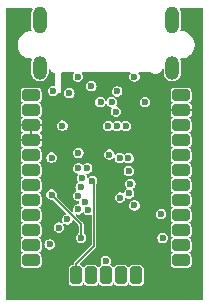
<source format=gbr>
%TF.GenerationSoftware,KiCad,Pcbnew,7.0.6*%
%TF.CreationDate,2023-08-08T22:31:42+02:00*%
%TF.ProjectId,epi_JLC,6570695f-4a4c-4432-9e6b-696361645f70,1_2_0*%
%TF.SameCoordinates,Original*%
%TF.FileFunction,Copper,L3,Inr*%
%TF.FilePolarity,Positive*%
%FSLAX46Y46*%
G04 Gerber Fmt 4.6, Leading zero omitted, Abs format (unit mm)*
G04 Created by KiCad (PCBNEW 7.0.6) date 2023-08-08 22:31:42*
%MOMM*%
%LPD*%
G01*
G04 APERTURE LIST*
G04 Aperture macros list*
%AMRoundRect*
0 Rectangle with rounded corners*
0 $1 Rounding radius*
0 $2 $3 $4 $5 $6 $7 $8 $9 X,Y pos of 4 corners*
0 Add a 4 corners polygon primitive as box body*
4,1,4,$2,$3,$4,$5,$6,$7,$8,$9,$2,$3,0*
0 Add four circle primitives for the rounded corners*
1,1,$1+$1,$2,$3*
1,1,$1+$1,$4,$5*
1,1,$1+$1,$6,$7*
1,1,$1+$1,$8,$9*
0 Add four rect primitives between the rounded corners*
20,1,$1+$1,$2,$3,$4,$5,0*
20,1,$1+$1,$4,$5,$6,$7,0*
20,1,$1+$1,$6,$7,$8,$9,0*
20,1,$1+$1,$8,$9,$2,$3,0*%
G04 Aperture macros list end*
%TA.AperFunction,CastellatedPad*%
%ADD10RoundRect,0.250000X-0.500000X-0.250000X0.500000X-0.250000X0.500000X0.250000X-0.500000X0.250000X0*%
%TD*%
%TA.AperFunction,CastellatedPad*%
%ADD11RoundRect,0.250000X-0.250000X0.500000X-0.250000X-0.500000X0.250000X-0.500000X0.250000X0.500000X0*%
%TD*%
%TA.AperFunction,ComponentPad*%
%ADD12O,1.200000X2.000000*%
%TD*%
%TA.AperFunction,ComponentPad*%
%ADD13O,1.200000X2.300000*%
%TD*%
%TA.AperFunction,ViaPad*%
%ADD14C,0.600000*%
%TD*%
%TA.AperFunction,Conductor*%
%ADD15C,0.130000*%
%TD*%
G04 APERTURE END LIST*
D10*
%TO.N,D1{slash}TX*%
%TO.C,J1*%
X97923220Y-58920000D03*
%TO.N,D0{slash}RX*%
X97923220Y-60190000D03*
%TO.N,GND*%
X97923220Y-61460000D03*
X97923220Y-62730000D03*
%TO.N,D2{slash}SDA*%
X97923220Y-64000000D03*
%TO.N,D3{slash}SCL*%
X97923220Y-65270000D03*
%TO.N,D4*%
X97923220Y-66540000D03*
%TO.N,D5*%
X97923220Y-67810000D03*
%TO.N,D6*%
X97923220Y-69080000D03*
%TO.N,D7*%
X97923220Y-70350000D03*
%TO.N,D8*%
X97923220Y-71620000D03*
%TO.N,D9*%
X97923220Y-72890000D03*
%TD*%
D11*
%TO.N,D11*%
%TO.C,J3*%
X106813220Y-74160000D03*
%TO.N,D12*%
X105543220Y-74160000D03*
%TO.N,D13*%
X104273220Y-74160000D03*
%TO.N,D17{slash}SS*%
X103003220Y-74160000D03*
%TO.N,A5*%
X101733220Y-74160000D03*
%TD*%
D12*
%TO.N,Net-(J4-SHIELD)*%
%TO.C,J4*%
X98673220Y-56591500D03*
%TO.N,N/C*%
X109873220Y-56591500D03*
D13*
X109873220Y-52591500D03*
X98673220Y-52591500D03*
%TD*%
D10*
%TO.N,+5V*%
%TO.C,J2*%
X110623220Y-58920000D03*
%TO.N,GND*%
X110623220Y-60190000D03*
%TO.N,RST*%
X110623220Y-61460000D03*
%TO.N,A4*%
X110623220Y-62730000D03*
%TO.N,A3*%
X110623220Y-64000000D03*
%TO.N,A2*%
X110623220Y-65270000D03*
%TO.N,A1*%
X110623220Y-66540000D03*
%TO.N,A0*%
X110623220Y-67810000D03*
%TO.N,D15{slash}SCK*%
X110623220Y-69080000D03*
%TO.N,D14{slash}MISO*%
X110623220Y-70350000D03*
%TO.N,D16{slash}MOSI*%
X110623220Y-71620000D03*
%TO.N,D10*%
X110623220Y-72890000D03*
%TD*%
D14*
%TO.N,+5V*%
X99650000Y-67340000D03*
X102155500Y-71000000D03*
X105100000Y-60300000D03*
X100575500Y-61500000D03*
X99654422Y-64210000D03*
%TO.N,GND*%
X104400000Y-66300000D03*
X101073220Y-57341500D03*
X109100000Y-72350000D03*
X107600000Y-69350000D03*
X106150000Y-72150000D03*
X101350000Y-72300000D03*
X101150000Y-71000000D03*
X99645531Y-65097634D03*
X99649500Y-68351092D03*
%TO.N,Net-(C2-Pad2)*%
X106674363Y-68250000D03*
X101922720Y-63810223D03*
%TO.N,RST*%
X102756849Y-68620500D03*
X104550000Y-63950000D03*
%TO.N,D1{slash}TX*%
X102238388Y-65933364D03*
%TO.N,D0{slash}RX*%
X102109022Y-66721135D03*
%TO.N,A4*%
X104450000Y-61550000D03*
%TO.N,Net-(J4-D+-PadA6)*%
X103021062Y-58150000D03*
%TO.N,D+*%
X103800000Y-59510000D03*
X101915140Y-65114500D03*
%TO.N,D-*%
X102664500Y-65114500D03*
X104750000Y-59510000D03*
%TO.N,D15{slash}SCK*%
X101913083Y-68588627D03*
%TO.N,D16{slash}MOSI*%
X99494500Y-71550000D03*
%TO.N,D14{slash}MISO*%
X100269176Y-70121494D03*
%TO.N,D3{slash}SCL*%
X102444172Y-67931922D03*
%TO.N,D2{slash}SDA*%
X101891403Y-67417422D03*
%TO.N,Net-(J4-D--PadA7)*%
X105200000Y-58600000D03*
%TO.N,D4*%
X105460703Y-67583535D03*
%TO.N,D6*%
X108923720Y-69000000D03*
%TO.N,D8*%
X106228223Y-67235500D03*
%TO.N,D9*%
X106324500Y-66424003D03*
%TO.N,D5*%
X106200000Y-65355500D03*
%TO.N,D10*%
X109049648Y-71000352D03*
%TO.N,A0*%
X106165541Y-64241045D03*
%TO.N,A1*%
X105436113Y-64251505D03*
%TO.N,A2*%
X105949503Y-61550000D03*
%TO.N,A3*%
X105200000Y-61550000D03*
%TO.N,A5*%
X103087118Y-66185688D03*
%TO.N,Net-(J4-SHIELD)*%
X99800000Y-58550000D03*
%TO.N,D11*%
X100984191Y-69433000D03*
%TO.N,D12*%
X104250000Y-72980500D03*
%TO.N,Net-(FB1-Pad1)*%
X107563220Y-59510000D03*
X101167581Y-58751539D03*
X101873220Y-57341500D03*
X106673220Y-57341500D03*
%TD*%
D15*
%TO.N,+5V*%
X99650000Y-67350000D02*
X102155500Y-69855500D01*
X99650000Y-67340000D02*
X99650000Y-67350000D01*
X102155500Y-69855500D02*
X102155500Y-71000000D01*
%TO.N,A5*%
X103087118Y-66185688D02*
X103251849Y-66350419D01*
X101733220Y-73216780D02*
X101733220Y-74160000D01*
X103251849Y-66350419D02*
X103251849Y-71698151D01*
X103251849Y-71698151D02*
X101733220Y-73216780D01*
%TD*%
%TA.AperFunction,Conductor*%
%TO.N,GND*%
G36*
X98023220Y-62417618D02*
G01*
X97951656Y-62405000D01*
X97894784Y-62405000D01*
X97823220Y-62417618D01*
X97823220Y-61772381D01*
X97894784Y-61785000D01*
X97951656Y-61785000D01*
X98023220Y-61772381D01*
X98023220Y-62417618D01*
G37*
%TD.AperFunction*%
%TA.AperFunction,Conductor*%
G36*
X98032665Y-51569245D02*
G01*
X98051410Y-51614500D01*
X98044603Y-51643223D01*
X97972640Y-51786512D01*
X97932720Y-51954948D01*
X97932720Y-53184628D01*
X97947773Y-53313426D01*
X97947775Y-53313434D01*
X97982416Y-53408611D01*
X97980281Y-53457547D01*
X97944167Y-53490640D01*
X97922277Y-53494500D01*
X97871581Y-53494500D01*
X97743730Y-53506347D01*
X97711767Y-53509309D01*
X97505792Y-53567914D01*
X97314107Y-53663362D01*
X97314104Y-53663364D01*
X97143215Y-53792411D01*
X96998941Y-53950672D01*
X96886208Y-54132741D01*
X96808848Y-54332428D01*
X96808846Y-54332437D01*
X96769500Y-54542924D01*
X96769500Y-54757075D01*
X96808846Y-54967562D01*
X96808848Y-54967571D01*
X96886208Y-55167258D01*
X96998941Y-55349327D01*
X97115586Y-55477281D01*
X97143215Y-55507588D01*
X97256962Y-55593484D01*
X97314102Y-55636634D01*
X97314103Y-55636634D01*
X97314104Y-55636635D01*
X97314107Y-55636637D01*
X97505792Y-55732085D01*
X97505794Y-55732085D01*
X97505797Y-55732087D01*
X97711768Y-55790691D01*
X97871581Y-55805500D01*
X97871585Y-55805500D01*
X97934677Y-55805500D01*
X97979932Y-55824245D01*
X97998677Y-55869500D01*
X97991870Y-55898220D01*
X97972641Y-55936510D01*
X97972640Y-55936512D01*
X97932720Y-56104948D01*
X97932720Y-57034628D01*
X97947773Y-57163426D01*
X97947775Y-57163437D01*
X98006980Y-57326098D01*
X98006982Y-57326103D01*
X98102100Y-57470723D01*
X98102102Y-57470726D01*
X98168942Y-57533785D01*
X98228014Y-57589516D01*
X98377926Y-57676068D01*
X98543758Y-57725715D01*
X98716569Y-57735780D01*
X98887044Y-57705720D01*
X99045990Y-57637157D01*
X99184841Y-57533787D01*
X99296110Y-57401181D01*
X99373799Y-57246490D01*
X99413720Y-57078052D01*
X99413720Y-56738596D01*
X99432465Y-56693342D01*
X99477720Y-56674597D01*
X99522975Y-56693342D01*
X99538586Y-56718818D01*
X99542648Y-56731317D01*
X99631390Y-56871152D01*
X99715908Y-56950520D01*
X99752120Y-56984526D01*
X99832990Y-57028985D01*
X99897252Y-57064313D01*
X99906338Y-57066645D01*
X99945509Y-57096055D01*
X99954422Y-57128635D01*
X99954422Y-58050751D01*
X99935677Y-58096006D01*
X99890422Y-58114751D01*
X99872395Y-58112160D01*
X99863334Y-58109500D01*
X99736666Y-58109500D01*
X99615128Y-58145186D01*
X99615126Y-58145186D01*
X99508567Y-58213668D01*
X99508565Y-58213670D01*
X99425618Y-58309395D01*
X99425616Y-58309399D01*
X99372997Y-58424618D01*
X99354970Y-58550000D01*
X99372997Y-58675381D01*
X99425616Y-58790600D01*
X99425618Y-58790604D01*
X99500412Y-58876920D01*
X99508567Y-58886331D01*
X99615128Y-58954814D01*
X99736666Y-58990500D01*
X99736667Y-58990500D01*
X99863333Y-58990500D01*
X99863334Y-58990500D01*
X99984872Y-58954814D01*
X100091433Y-58886331D01*
X100137062Y-58833671D01*
X100174381Y-58790604D01*
X100174381Y-58790603D01*
X100174380Y-58790603D01*
X100174383Y-58790601D01*
X100192222Y-58751538D01*
X100722551Y-58751538D01*
X100740578Y-58876920D01*
X100793197Y-58992139D01*
X100793199Y-58992143D01*
X100860230Y-59069500D01*
X100876148Y-59087870D01*
X100982709Y-59156353D01*
X101104247Y-59192039D01*
X101104248Y-59192039D01*
X101230914Y-59192039D01*
X101230915Y-59192039D01*
X101352453Y-59156353D01*
X101459014Y-59087870D01*
X101530983Y-59004813D01*
X101541962Y-58992143D01*
X101541964Y-58992139D01*
X101559011Y-58954813D01*
X101594584Y-58876918D01*
X101612611Y-58751539D01*
X101594584Y-58626160D01*
X101582637Y-58600000D01*
X104754970Y-58600000D01*
X104772997Y-58725381D01*
X104825616Y-58840600D01*
X104825618Y-58840604D01*
X104908565Y-58936329D01*
X104908567Y-58936331D01*
X104999125Y-58994529D01*
X105004747Y-59002627D01*
X105012063Y-59003414D01*
X105015122Y-59004810D01*
X105015128Y-59004814D01*
X105136666Y-59040500D01*
X105136667Y-59040500D01*
X105263333Y-59040500D01*
X105263334Y-59040500D01*
X105384872Y-59004814D01*
X105491433Y-58936331D01*
X105542914Y-58876918D01*
X105574381Y-58840604D01*
X105574383Y-58840600D01*
X105597218Y-58790600D01*
X105627003Y-58725379D01*
X105645030Y-58600000D01*
X105627003Y-58474621D01*
X105604167Y-58424618D01*
X105574383Y-58359399D01*
X105574381Y-58359395D01*
X105491434Y-58263670D01*
X105491432Y-58263668D01*
X105384872Y-58195186D01*
X105384872Y-58195185D01*
X105263334Y-58159500D01*
X105136666Y-58159500D01*
X105015128Y-58195186D01*
X105015126Y-58195186D01*
X104908567Y-58263668D01*
X104908565Y-58263670D01*
X104825618Y-58359395D01*
X104825616Y-58359399D01*
X104772997Y-58474618D01*
X104754970Y-58600000D01*
X101582637Y-58600000D01*
X101562001Y-58554814D01*
X101541964Y-58510938D01*
X101541962Y-58510934D01*
X101459015Y-58415209D01*
X101459013Y-58415207D01*
X101352453Y-58346725D01*
X101230915Y-58311039D01*
X101104247Y-58311039D01*
X100982709Y-58346725D01*
X100982707Y-58346725D01*
X100876148Y-58415207D01*
X100876146Y-58415209D01*
X100793199Y-58510934D01*
X100793197Y-58510938D01*
X100740578Y-58626157D01*
X100722551Y-58751538D01*
X100192222Y-58751538D01*
X100198673Y-58737412D01*
X100234523Y-58704035D01*
X100256889Y-58700000D01*
X100454421Y-58700000D01*
X100454422Y-58700000D01*
X100454422Y-58150000D01*
X102576032Y-58150000D01*
X102594059Y-58275381D01*
X102646678Y-58390600D01*
X102646680Y-58390604D01*
X102719482Y-58474621D01*
X102729629Y-58486331D01*
X102836190Y-58554814D01*
X102957728Y-58590500D01*
X102957729Y-58590500D01*
X103084395Y-58590500D01*
X103084396Y-58590500D01*
X103205934Y-58554814D01*
X103312495Y-58486331D01*
X103374124Y-58415207D01*
X103395443Y-58390604D01*
X103395445Y-58390600D01*
X103413924Y-58350138D01*
X103448065Y-58275379D01*
X103466092Y-58150000D01*
X103448065Y-58024621D01*
X103395445Y-57909399D01*
X103395443Y-57909395D01*
X103312496Y-57813670D01*
X103312494Y-57813668D01*
X103205934Y-57745186D01*
X103139620Y-57725715D01*
X103084396Y-57709500D01*
X102957728Y-57709500D01*
X102836190Y-57745186D01*
X102836188Y-57745186D01*
X102729629Y-57813668D01*
X102729627Y-57813670D01*
X102646680Y-57909395D01*
X102646678Y-57909399D01*
X102594059Y-58024618D01*
X102576032Y-58150000D01*
X100454422Y-58150000D01*
X100454422Y-57064754D01*
X100473166Y-57019502D01*
X100480798Y-57012984D01*
X100551028Y-56961958D01*
X100595693Y-56951235D01*
X100595779Y-56950254D01*
X100598565Y-56950497D01*
X100598567Y-56950498D01*
X100663209Y-56950498D01*
X100663215Y-56950500D01*
X100690566Y-56950500D01*
X100724823Y-56950501D01*
X100724825Y-56950500D01*
X101489017Y-56950500D01*
X101534272Y-56969245D01*
X101553017Y-57014500D01*
X101537385Y-57056411D01*
X101498838Y-57100895D01*
X101498836Y-57100899D01*
X101446217Y-57216118D01*
X101428190Y-57341499D01*
X101446217Y-57466881D01*
X101498836Y-57582100D01*
X101498838Y-57582104D01*
X101580259Y-57676068D01*
X101581787Y-57677831D01*
X101688348Y-57746314D01*
X101809886Y-57782000D01*
X101809887Y-57782000D01*
X101936553Y-57782000D01*
X101936554Y-57782000D01*
X102058092Y-57746314D01*
X102164653Y-57677831D01*
X102241180Y-57589514D01*
X102247601Y-57582104D01*
X102247603Y-57582100D01*
X102298467Y-57470725D01*
X102300223Y-57466879D01*
X102318250Y-57341500D01*
X102300223Y-57216121D01*
X102247603Y-57100899D01*
X102247601Y-57100895D01*
X102209055Y-57056411D01*
X102193586Y-57009934D01*
X102215512Y-56966132D01*
X102257423Y-56950500D01*
X106289017Y-56950500D01*
X106334272Y-56969245D01*
X106353017Y-57014500D01*
X106337385Y-57056411D01*
X106298838Y-57100895D01*
X106298836Y-57100899D01*
X106246217Y-57216118D01*
X106228190Y-57341499D01*
X106246217Y-57466881D01*
X106298836Y-57582100D01*
X106298838Y-57582104D01*
X106380259Y-57676068D01*
X106381787Y-57677831D01*
X106488348Y-57746314D01*
X106609886Y-57782000D01*
X106609887Y-57782000D01*
X106736553Y-57782000D01*
X106736554Y-57782000D01*
X106858092Y-57746314D01*
X106964653Y-57677831D01*
X107041180Y-57589514D01*
X107047601Y-57582104D01*
X107047603Y-57582100D01*
X107098467Y-57470725D01*
X107100223Y-57466879D01*
X107118250Y-57341500D01*
X107100223Y-57216121D01*
X107047603Y-57100899D01*
X107047601Y-57100895D01*
X107009055Y-57056411D01*
X106993586Y-57009934D01*
X107015512Y-56966132D01*
X107057423Y-56950500D01*
X107807343Y-56950500D01*
X107807347Y-56950501D01*
X107820075Y-56950501D01*
X107827895Y-56950501D01*
X107827948Y-56950522D01*
X107854426Y-56950521D01*
X107854426Y-56950522D01*
X107946319Y-56950520D01*
X107946337Y-56950520D01*
X107948475Y-56950333D01*
X107949068Y-56950520D01*
X107949127Y-56950520D01*
X107949127Y-56950538D01*
X107995191Y-56965061D01*
X107997865Y-56967435D01*
X108016065Y-56984526D01*
X108016066Y-56984527D01*
X108161198Y-57064314D01*
X108161202Y-57064315D01*
X108321607Y-57105500D01*
X108321611Y-57105500D01*
X108321613Y-57105501D01*
X108321614Y-57105501D01*
X108445664Y-57105501D01*
X108568728Y-57089955D01*
X108568729Y-57089954D01*
X108568734Y-57089954D01*
X108722721Y-57028986D01*
X108856709Y-56931638D01*
X108962278Y-56804027D01*
X109010811Y-56700888D01*
X109047041Y-56667923D01*
X109095970Y-56670230D01*
X109128936Y-56706460D01*
X109132720Y-56728139D01*
X109132720Y-57034628D01*
X109147773Y-57163426D01*
X109147775Y-57163437D01*
X109206980Y-57326098D01*
X109206982Y-57326103D01*
X109302100Y-57470723D01*
X109302102Y-57470726D01*
X109368942Y-57533785D01*
X109428014Y-57589516D01*
X109577926Y-57676068D01*
X109743758Y-57725715D01*
X109916569Y-57735780D01*
X110087044Y-57705720D01*
X110245990Y-57637157D01*
X110384841Y-57533787D01*
X110496110Y-57401181D01*
X110573799Y-57246490D01*
X110613720Y-57078052D01*
X110613720Y-56148371D01*
X110598665Y-56019566D01*
X110552012Y-55891388D01*
X110554148Y-55842453D01*
X110590262Y-55809360D01*
X110612152Y-55805500D01*
X110678415Y-55805500D01*
X110678419Y-55805500D01*
X110838232Y-55790691D01*
X111044203Y-55732087D01*
X111235898Y-55636634D01*
X111360573Y-55542483D01*
X111406784Y-55507588D01*
X111406785Y-55507586D01*
X111406790Y-55507583D01*
X111551059Y-55349327D01*
X111663792Y-55167257D01*
X111741151Y-54967572D01*
X111780500Y-54757073D01*
X111780500Y-54542927D01*
X111741151Y-54332428D01*
X111663792Y-54132743D01*
X111551059Y-53950673D01*
X111406790Y-53792417D01*
X111406788Y-53792415D01*
X111406784Y-53792411D01*
X111235895Y-53663364D01*
X111235892Y-53663362D01*
X111044207Y-53567914D01*
X110838232Y-53509309D01*
X110838232Y-53509308D01*
X110678419Y-53494500D01*
X110628336Y-53494500D01*
X110583081Y-53475755D01*
X110564336Y-53430500D01*
X110571143Y-53401778D01*
X110573799Y-53396490D01*
X110613720Y-53228052D01*
X110613720Y-51998371D01*
X110598665Y-51869566D01*
X110539460Y-51706902D01*
X110539458Y-51706899D01*
X110539457Y-51706896D01*
X110501818Y-51649668D01*
X110492611Y-51601558D01*
X110520121Y-51561029D01*
X110555289Y-51550500D01*
X110643034Y-51550500D01*
X111603406Y-51550500D01*
X112408720Y-51550500D01*
X112453975Y-51569245D01*
X112472720Y-51614500D01*
X112472720Y-76185500D01*
X112453975Y-76230755D01*
X112408720Y-76249500D01*
X95837720Y-76249500D01*
X95792465Y-76230755D01*
X95773720Y-76185500D01*
X95773720Y-62630000D01*
X97023220Y-62630000D01*
X97613759Y-62630000D01*
X97598220Y-62672694D01*
X97598220Y-62787306D01*
X97613759Y-62830000D01*
X97023221Y-62830000D01*
X97023221Y-63011477D01*
X97038054Y-63105144D01*
X97038057Y-63105153D01*
X97095576Y-63218040D01*
X97095577Y-63218042D01*
X97185176Y-63307641D01*
X97196294Y-63313306D01*
X97228106Y-63350553D01*
X97224264Y-63399386D01*
X97196298Y-63427354D01*
X97190831Y-63430139D01*
X97103358Y-63517612D01*
X97103358Y-63517613D01*
X97047205Y-63627819D01*
X97047202Y-63627826D01*
X97032720Y-63719267D01*
X97032720Y-64280732D01*
X97047202Y-64372171D01*
X97047205Y-64372180D01*
X97103358Y-64482386D01*
X97103361Y-64482391D01*
X97190829Y-64569859D01*
X97190833Y-64569861D01*
X97206758Y-64577976D01*
X97238571Y-64615223D01*
X97234727Y-64664055D01*
X97206758Y-64692024D01*
X97190833Y-64700138D01*
X97190832Y-64700138D01*
X97103358Y-64787612D01*
X97103358Y-64787613D01*
X97047205Y-64897819D01*
X97047202Y-64897826D01*
X97038830Y-64950686D01*
X97032744Y-64989118D01*
X97032720Y-64989267D01*
X97032720Y-65550732D01*
X97047202Y-65642171D01*
X97047205Y-65642180D01*
X97103358Y-65752386D01*
X97103361Y-65752391D01*
X97190829Y-65839859D01*
X97190831Y-65839860D01*
X97190832Y-65839861D01*
X97206758Y-65847976D01*
X97238571Y-65885223D01*
X97234727Y-65934055D01*
X97206758Y-65962024D01*
X97190833Y-65970138D01*
X97190832Y-65970138D01*
X97103358Y-66057612D01*
X97103358Y-66057613D01*
X97047205Y-66167819D01*
X97047202Y-66167826D01*
X97032720Y-66259267D01*
X97032720Y-66820732D01*
X97047202Y-66912171D01*
X97047205Y-66912180D01*
X97093822Y-67003670D01*
X97103361Y-67022391D01*
X97190829Y-67109859D01*
X97190831Y-67109860D01*
X97190832Y-67109861D01*
X97206758Y-67117976D01*
X97238571Y-67155223D01*
X97234727Y-67204055D01*
X97206758Y-67232024D01*
X97190833Y-67240138D01*
X97190832Y-67240138D01*
X97103358Y-67327612D01*
X97103358Y-67327613D01*
X97047205Y-67437819D01*
X97047202Y-67437826D01*
X97041140Y-67476104D01*
X97036343Y-67506394D01*
X97032720Y-67529267D01*
X97032720Y-68090732D01*
X97047202Y-68182171D01*
X97047205Y-68182180D01*
X97082932Y-68252297D01*
X97103361Y-68292391D01*
X97190829Y-68379859D01*
X97190831Y-68379860D01*
X97190832Y-68379861D01*
X97206758Y-68387976D01*
X97238571Y-68425223D01*
X97234727Y-68474055D01*
X97206758Y-68502024D01*
X97190833Y-68510138D01*
X97190832Y-68510138D01*
X97103358Y-68597612D01*
X97103358Y-68597613D01*
X97047205Y-68707819D01*
X97047202Y-68707826D01*
X97032720Y-68799267D01*
X97032720Y-69360732D01*
X97047202Y-69452171D01*
X97047205Y-69452180D01*
X97103358Y-69562386D01*
X97103361Y-69562391D01*
X97190829Y-69649859D01*
X97190831Y-69649860D01*
X97190832Y-69649861D01*
X97206758Y-69657976D01*
X97238571Y-69695223D01*
X97234727Y-69744055D01*
X97206758Y-69772024D01*
X97190833Y-69780138D01*
X97190832Y-69780138D01*
X97103358Y-69867612D01*
X97103358Y-69867613D01*
X97047205Y-69977819D01*
X97047202Y-69977826D01*
X97032720Y-70069267D01*
X97032720Y-70630732D01*
X97047202Y-70722171D01*
X97047205Y-70722180D01*
X97103358Y-70832386D01*
X97103361Y-70832391D01*
X97190829Y-70919859D01*
X97190831Y-70919860D01*
X97190832Y-70919861D01*
X97206758Y-70927976D01*
X97238571Y-70965223D01*
X97234727Y-71014055D01*
X97206758Y-71042024D01*
X97190833Y-71050138D01*
X97190832Y-71050138D01*
X97103358Y-71137612D01*
X97103358Y-71137613D01*
X97047205Y-71247819D01*
X97047202Y-71247826D01*
X97037451Y-71309395D01*
X97033130Y-71336681D01*
X97032720Y-71339267D01*
X97032720Y-71900732D01*
X97047202Y-71992171D01*
X97047205Y-71992180D01*
X97103358Y-72102386D01*
X97103361Y-72102391D01*
X97190829Y-72189859D01*
X97190831Y-72189860D01*
X97190832Y-72189861D01*
X97206758Y-72197976D01*
X97238571Y-72235223D01*
X97234727Y-72284055D01*
X97206758Y-72312024D01*
X97190833Y-72320138D01*
X97190832Y-72320138D01*
X97103358Y-72407612D01*
X97103358Y-72407613D01*
X97047205Y-72517819D01*
X97047202Y-72517826D01*
X97032720Y-72609267D01*
X97032720Y-73170732D01*
X97047202Y-73262171D01*
X97047205Y-73262180D01*
X97103358Y-73372386D01*
X97103361Y-73372391D01*
X97190829Y-73459859D01*
X97190831Y-73459860D01*
X97190832Y-73459861D01*
X97301039Y-73516014D01*
X97301045Y-73516017D01*
X97392485Y-73530500D01*
X98453954Y-73530499D01*
X98545395Y-73516017D01*
X98655607Y-73459861D01*
X98655608Y-73459861D01*
X98655608Y-73459860D01*
X98655611Y-73459859D01*
X98743079Y-73372391D01*
X98799237Y-73262175D01*
X98813720Y-73170735D01*
X98813719Y-72609266D01*
X98799237Y-72517825D01*
X98743079Y-72407609D01*
X98655611Y-72320141D01*
X98639679Y-72312023D01*
X98607868Y-72274775D01*
X98611712Y-72225942D01*
X98639681Y-72197975D01*
X98655611Y-72189859D01*
X98743079Y-72102391D01*
X98799237Y-71992175D01*
X98813720Y-71900735D01*
X98813719Y-71549999D01*
X99049470Y-71549999D01*
X99067497Y-71675381D01*
X99120116Y-71790600D01*
X99120118Y-71790604D01*
X99203065Y-71886329D01*
X99203067Y-71886331D01*
X99309628Y-71954814D01*
X99431166Y-71990500D01*
X99431167Y-71990500D01*
X99557833Y-71990500D01*
X99557834Y-71990500D01*
X99679372Y-71954814D01*
X99785933Y-71886331D01*
X99847012Y-71815842D01*
X99868881Y-71790604D01*
X99868883Y-71790600D01*
X99869337Y-71789607D01*
X99921503Y-71675379D01*
X99939530Y-71550000D01*
X99921503Y-71424621D01*
X99912618Y-71405166D01*
X99868883Y-71309399D01*
X99868881Y-71309395D01*
X99785934Y-71213670D01*
X99785932Y-71213668D01*
X99679372Y-71145186D01*
X99653577Y-71137612D01*
X99557834Y-71109500D01*
X99431166Y-71109500D01*
X99309628Y-71145186D01*
X99309626Y-71145186D01*
X99203067Y-71213668D01*
X99203065Y-71213670D01*
X99120118Y-71309395D01*
X99120116Y-71309399D01*
X99067497Y-71424618D01*
X99049470Y-71549999D01*
X98813719Y-71549999D01*
X98813719Y-71339266D01*
X98799237Y-71247825D01*
X98743079Y-71137609D01*
X98655611Y-71050141D01*
X98639679Y-71042023D01*
X98607868Y-71004775D01*
X98611712Y-70955942D01*
X98639681Y-70927975D01*
X98655611Y-70919859D01*
X98743079Y-70832391D01*
X98799237Y-70722175D01*
X98813720Y-70630735D01*
X98813719Y-70069266D01*
X98799237Y-69977825D01*
X98743079Y-69867609D01*
X98655611Y-69780141D01*
X98639679Y-69772023D01*
X98607868Y-69734775D01*
X98611712Y-69685942D01*
X98639681Y-69657975D01*
X98655611Y-69649859D01*
X98743079Y-69562391D01*
X98799237Y-69452175D01*
X98813720Y-69360735D01*
X98813719Y-68799266D01*
X98799237Y-68707825D01*
X98743079Y-68597609D01*
X98655611Y-68510141D01*
X98639679Y-68502023D01*
X98607868Y-68464775D01*
X98611712Y-68415942D01*
X98639681Y-68387975D01*
X98655611Y-68379859D01*
X98743079Y-68292391D01*
X98799237Y-68182175D01*
X98813720Y-68090735D01*
X98813719Y-67529266D01*
X98799237Y-67437825D01*
X98749393Y-67340000D01*
X99204970Y-67340000D01*
X99222997Y-67465381D01*
X99275616Y-67580600D01*
X99275618Y-67580604D01*
X99358280Y-67676000D01*
X99358567Y-67676331D01*
X99465128Y-67744814D01*
X99586666Y-67780500D01*
X99586667Y-67780500D01*
X99713333Y-67780500D01*
X99713334Y-67780500D01*
X99736069Y-67773824D01*
X99784770Y-67779059D01*
X99799355Y-67789976D01*
X100384760Y-68375381D01*
X100907216Y-68897836D01*
X100925961Y-68943091D01*
X100907216Y-68988346D01*
X100879992Y-69004498D01*
X100858406Y-69010836D01*
X100799317Y-69028186D01*
X100692758Y-69096668D01*
X100692756Y-69096670D01*
X100609809Y-69192395D01*
X100609807Y-69192399D01*
X100557188Y-69307618D01*
X100539161Y-69433000D01*
X100557188Y-69558381D01*
X100611709Y-69677764D01*
X100609109Y-69678951D01*
X100616217Y-69718187D01*
X100588308Y-69758442D01*
X100540109Y-69767173D01*
X100519069Y-69758466D01*
X100454048Y-69716680D01*
X100417732Y-69706017D01*
X100332510Y-69680994D01*
X100205842Y-69680994D01*
X100084304Y-69716680D01*
X100084302Y-69716680D01*
X99977743Y-69785162D01*
X99977741Y-69785164D01*
X99894794Y-69880889D01*
X99894792Y-69880893D01*
X99842173Y-69996112D01*
X99824146Y-70121494D01*
X99842173Y-70246875D01*
X99894792Y-70362094D01*
X99894794Y-70362098D01*
X99977741Y-70457823D01*
X99977743Y-70457825D01*
X100084304Y-70526308D01*
X100205842Y-70561994D01*
X100205843Y-70561994D01*
X100332509Y-70561994D01*
X100332510Y-70561994D01*
X100454048Y-70526308D01*
X100560609Y-70457825D01*
X100606238Y-70405165D01*
X100643557Y-70362098D01*
X100643559Y-70362094D01*
X100696178Y-70246875D01*
X100696177Y-70246875D01*
X100696179Y-70246873D01*
X100714206Y-70121494D01*
X100696179Y-69996115D01*
X100687826Y-69977825D01*
X100641658Y-69876730D01*
X100644269Y-69875537D01*
X100637137Y-69836363D01*
X100665009Y-69796082D01*
X100713200Y-69787308D01*
X100734297Y-69796027D01*
X100734383Y-69796082D01*
X100799319Y-69837814D01*
X100920857Y-69873500D01*
X100920858Y-69873500D01*
X101047524Y-69873500D01*
X101047525Y-69873500D01*
X101169063Y-69837814D01*
X101275624Y-69769331D01*
X101343758Y-69690700D01*
X101358572Y-69673604D01*
X101358574Y-69673600D01*
X101365710Y-69657976D01*
X101411194Y-69558379D01*
X101412679Y-69548050D01*
X101437671Y-69505924D01*
X101485132Y-69493808D01*
X101521282Y-69511902D01*
X101931255Y-69921875D01*
X101950000Y-69967130D01*
X101950000Y-70573495D01*
X101931255Y-70618750D01*
X101920602Y-70627334D01*
X101864069Y-70663667D01*
X101864065Y-70663670D01*
X101781118Y-70759395D01*
X101781116Y-70759399D01*
X101728497Y-70874618D01*
X101710470Y-71000000D01*
X101728497Y-71125381D01*
X101781116Y-71240600D01*
X101781118Y-71240604D01*
X101840730Y-71309399D01*
X101864067Y-71336331D01*
X101970628Y-71404814D01*
X102092166Y-71440500D01*
X102092167Y-71440500D01*
X102218833Y-71440500D01*
X102218834Y-71440500D01*
X102340372Y-71404814D01*
X102446933Y-71336331D01*
X102523623Y-71247826D01*
X102529881Y-71240604D01*
X102529883Y-71240600D01*
X102542183Y-71213668D01*
X102582503Y-71125379D01*
X102600530Y-71000000D01*
X102582503Y-70874621D01*
X102529883Y-70759399D01*
X102529881Y-70759395D01*
X102446934Y-70663670D01*
X102446930Y-70663667D01*
X102390398Y-70627334D01*
X102362462Y-70587098D01*
X102361000Y-70573495D01*
X102361000Y-69901286D01*
X102364590Y-69880152D01*
X102364959Y-69879100D01*
X102361199Y-69845737D01*
X102360999Y-69842164D01*
X102361000Y-69832345D01*
X102358814Y-69822770D01*
X102358212Y-69819228D01*
X102354456Y-69785882D01*
X102353866Y-69784943D01*
X102345658Y-69765128D01*
X102345411Y-69764044D01*
X102345410Y-69764043D01*
X102345410Y-69764042D01*
X102345409Y-69764041D01*
X102324477Y-69737794D01*
X102322403Y-69734871D01*
X102317183Y-69726563D01*
X102310239Y-69719619D01*
X102307848Y-69716942D01*
X102286922Y-69690702D01*
X102286919Y-69690700D01*
X102285916Y-69690217D01*
X102268431Y-69677811D01*
X101701447Y-69110827D01*
X101682702Y-69065572D01*
X101701447Y-69020317D01*
X101746702Y-69001572D01*
X101764729Y-69004163D01*
X101849749Y-69029127D01*
X101849751Y-69029127D01*
X101976416Y-69029127D01*
X101976417Y-69029127D01*
X102097955Y-68993441D01*
X102204516Y-68924958D01*
X102248136Y-68874618D01*
X102274931Y-68843695D01*
X102318733Y-68821769D01*
X102365210Y-68837238D01*
X102381515Y-68859019D01*
X102382465Y-68861100D01*
X102382467Y-68861104D01*
X102453510Y-68943091D01*
X102465416Y-68956831D01*
X102571977Y-69025314D01*
X102693515Y-69061000D01*
X102693516Y-69061000D01*
X102820182Y-69061000D01*
X102820183Y-69061000D01*
X102941721Y-69025314D01*
X102947746Y-69021441D01*
X102995950Y-69012742D01*
X103036187Y-69040676D01*
X103046349Y-69075280D01*
X103046349Y-71586519D01*
X103027604Y-71631774D01*
X101620284Y-73039093D01*
X101602808Y-73051495D01*
X101601801Y-73051980D01*
X101601796Y-73051983D01*
X101580870Y-73078223D01*
X101578480Y-73080897D01*
X101571538Y-73087840D01*
X101571536Y-73087842D01*
X101566309Y-73096160D01*
X101564232Y-73099087D01*
X101543307Y-73125325D01*
X101543307Y-73125326D01*
X101543058Y-73126418D01*
X101534861Y-73146208D01*
X101534263Y-73147159D01*
X101534263Y-73147160D01*
X101530505Y-73180510D01*
X101529904Y-73184044D01*
X101527720Y-73193622D01*
X101527720Y-73203439D01*
X101527518Y-73207027D01*
X101526882Y-73212671D01*
X101503184Y-73255540D01*
X101463290Y-73269500D01*
X101452488Y-73269500D01*
X101361048Y-73283982D01*
X101361039Y-73283985D01*
X101250833Y-73340138D01*
X101250832Y-73340138D01*
X101163358Y-73427612D01*
X101163358Y-73427613D01*
X101107205Y-73537819D01*
X101107202Y-73537826D01*
X101092720Y-73629267D01*
X101092720Y-74690732D01*
X101107202Y-74782171D01*
X101107205Y-74782180D01*
X101163358Y-74892386D01*
X101163361Y-74892391D01*
X101250829Y-74979859D01*
X101250831Y-74979860D01*
X101250832Y-74979861D01*
X101361039Y-75036014D01*
X101361045Y-75036017D01*
X101452485Y-75050500D01*
X102013954Y-75050499D01*
X102105395Y-75036017D01*
X102215607Y-74979861D01*
X102215608Y-74979861D01*
X102215608Y-74979860D01*
X102215611Y-74979859D01*
X102303079Y-74892391D01*
X102311195Y-74876461D01*
X102348442Y-74844649D01*
X102397274Y-74848491D01*
X102425244Y-74876461D01*
X102433361Y-74892391D01*
X102520829Y-74979859D01*
X102520831Y-74979860D01*
X102520832Y-74979861D01*
X102631039Y-75036014D01*
X102631045Y-75036017D01*
X102722485Y-75050500D01*
X103283954Y-75050499D01*
X103375395Y-75036017D01*
X103485607Y-74979861D01*
X103485608Y-74979861D01*
X103485608Y-74979860D01*
X103485611Y-74979859D01*
X103573079Y-74892391D01*
X103581195Y-74876461D01*
X103618442Y-74844649D01*
X103667274Y-74848491D01*
X103695244Y-74876461D01*
X103703361Y-74892391D01*
X103790829Y-74979859D01*
X103790831Y-74979860D01*
X103790832Y-74979861D01*
X103901039Y-75036014D01*
X103901045Y-75036017D01*
X103992485Y-75050500D01*
X104553954Y-75050499D01*
X104645395Y-75036017D01*
X104755607Y-74979861D01*
X104755608Y-74979861D01*
X104755608Y-74979860D01*
X104755611Y-74979859D01*
X104843079Y-74892391D01*
X104851195Y-74876461D01*
X104888442Y-74844649D01*
X104937274Y-74848491D01*
X104965244Y-74876461D01*
X104973361Y-74892391D01*
X105060829Y-74979859D01*
X105060831Y-74979860D01*
X105060832Y-74979861D01*
X105171039Y-75036014D01*
X105171045Y-75036017D01*
X105262485Y-75050500D01*
X105823954Y-75050499D01*
X105915395Y-75036017D01*
X106025607Y-74979861D01*
X106025608Y-74979861D01*
X106025608Y-74979860D01*
X106025611Y-74979859D01*
X106113079Y-74892391D01*
X106121195Y-74876461D01*
X106158442Y-74844649D01*
X106207274Y-74848491D01*
X106235244Y-74876461D01*
X106243361Y-74892391D01*
X106330829Y-74979859D01*
X106330831Y-74979860D01*
X106330832Y-74979861D01*
X106441039Y-75036014D01*
X106441045Y-75036017D01*
X106532485Y-75050500D01*
X107093954Y-75050499D01*
X107185395Y-75036017D01*
X107295607Y-74979861D01*
X107295608Y-74979861D01*
X107295608Y-74979860D01*
X107295611Y-74979859D01*
X107383079Y-74892391D01*
X107439237Y-74782175D01*
X107453720Y-74690735D01*
X107453719Y-73629266D01*
X107439237Y-73537825D01*
X107383079Y-73427609D01*
X107295611Y-73340141D01*
X107295608Y-73340139D01*
X107295606Y-73340138D01*
X107185400Y-73283985D01*
X107185393Y-73283982D01*
X107131460Y-73275440D01*
X107093955Y-73269500D01*
X107093952Y-73269500D01*
X106532487Y-73269500D01*
X106441048Y-73283982D01*
X106441039Y-73283985D01*
X106330833Y-73340138D01*
X106330832Y-73340138D01*
X106243359Y-73427611D01*
X106235242Y-73443541D01*
X106197994Y-73475351D01*
X106149161Y-73471506D01*
X106121195Y-73443538D01*
X106113079Y-73427609D01*
X106025611Y-73340141D01*
X106025608Y-73340139D01*
X106025606Y-73340138D01*
X105915400Y-73283985D01*
X105915393Y-73283982D01*
X105861460Y-73275440D01*
X105823955Y-73269500D01*
X105823952Y-73269500D01*
X105262487Y-73269500D01*
X105171048Y-73283982D01*
X105171039Y-73283985D01*
X105060833Y-73340138D01*
X105060832Y-73340138D01*
X104973359Y-73427611D01*
X104965242Y-73443541D01*
X104927994Y-73475351D01*
X104879161Y-73471506D01*
X104851195Y-73443538D01*
X104843079Y-73427609D01*
X104755611Y-73340141D01*
X104755608Y-73340139D01*
X104659684Y-73291263D01*
X104627872Y-73254016D01*
X104630523Y-73207654D01*
X104677003Y-73105879D01*
X104695030Y-72980500D01*
X104677003Y-72855121D01*
X104624383Y-72739899D01*
X104624381Y-72739895D01*
X104541434Y-72644170D01*
X104541432Y-72644168D01*
X104434872Y-72575686D01*
X104434872Y-72575685D01*
X104313334Y-72540000D01*
X104186666Y-72540000D01*
X104065128Y-72575686D01*
X104065126Y-72575686D01*
X103958567Y-72644168D01*
X103958565Y-72644170D01*
X103875618Y-72739895D01*
X103875616Y-72739899D01*
X103822997Y-72855118D01*
X103804970Y-72980500D01*
X103822997Y-73105881D01*
X103877518Y-73225264D01*
X103875441Y-73226212D01*
X103882782Y-73266937D01*
X103854839Y-73307168D01*
X103849303Y-73310346D01*
X103790831Y-73340139D01*
X103703359Y-73427611D01*
X103695242Y-73443541D01*
X103657994Y-73475351D01*
X103609161Y-73471506D01*
X103581195Y-73443538D01*
X103573079Y-73427609D01*
X103485611Y-73340141D01*
X103485608Y-73340139D01*
X103485606Y-73340138D01*
X103375400Y-73283985D01*
X103375393Y-73283982D01*
X103321460Y-73275440D01*
X103283955Y-73269500D01*
X103283952Y-73269500D01*
X102722487Y-73269500D01*
X102631048Y-73283982D01*
X102631039Y-73283985D01*
X102520833Y-73340138D01*
X102520832Y-73340138D01*
X102433359Y-73427611D01*
X102425242Y-73443541D01*
X102387994Y-73475351D01*
X102339161Y-73471506D01*
X102311195Y-73443538D01*
X102303079Y-73427609D01*
X102215611Y-73340141D01*
X102215608Y-73340139D01*
X102215606Y-73340138D01*
X102105400Y-73283985D01*
X102105396Y-73283983D01*
X102105395Y-73283983D01*
X102105394Y-73283982D01*
X102105389Y-73283981D01*
X102101032Y-73283291D01*
X102059269Y-73257694D01*
X102047838Y-73210063D01*
X102065792Y-73174827D01*
X103364784Y-71875835D01*
X103382271Y-71863430D01*
X103383271Y-71862949D01*
X103404203Y-71836699D01*
X103406584Y-71834035D01*
X103413533Y-71827088D01*
X103418761Y-71818764D01*
X103420822Y-71815859D01*
X103441760Y-71789607D01*
X103442007Y-71788521D01*
X103450211Y-71768715D01*
X103450806Y-71767769D01*
X103453131Y-71747128D01*
X103454565Y-71734409D01*
X103455163Y-71730879D01*
X103457349Y-71721306D01*
X103457349Y-71711492D01*
X103457550Y-71707906D01*
X103461308Y-71674550D01*
X103460940Y-71673498D01*
X103457349Y-71652362D01*
X103457349Y-71000352D01*
X108604618Y-71000352D01*
X108622645Y-71125733D01*
X108675264Y-71240952D01*
X108675266Y-71240956D01*
X108734573Y-71309399D01*
X108758215Y-71336683D01*
X108864776Y-71405166D01*
X108986314Y-71440852D01*
X108986315Y-71440852D01*
X109112981Y-71440852D01*
X109112982Y-71440852D01*
X109234520Y-71405166D01*
X109341081Y-71336683D01*
X109418076Y-71247826D01*
X109424029Y-71240956D01*
X109424031Y-71240952D01*
X109424192Y-71240601D01*
X109476651Y-71125731D01*
X109494678Y-71000352D01*
X109476651Y-70874973D01*
X109476490Y-70874621D01*
X109424031Y-70759751D01*
X109424029Y-70759747D01*
X109341082Y-70664022D01*
X109341080Y-70664020D01*
X109234520Y-70595538D01*
X109205775Y-70587098D01*
X109112982Y-70559852D01*
X108986314Y-70559852D01*
X108864776Y-70595538D01*
X108864774Y-70595538D01*
X108758215Y-70664020D01*
X108758213Y-70664022D01*
X108675266Y-70759747D01*
X108675264Y-70759751D01*
X108622645Y-70874970D01*
X108604618Y-71000352D01*
X103457349Y-71000352D01*
X103457349Y-69000000D01*
X108478690Y-69000000D01*
X108496717Y-69125381D01*
X108549336Y-69240600D01*
X108549338Y-69240604D01*
X108632285Y-69336329D01*
X108632287Y-69336331D01*
X108738848Y-69404814D01*
X108860386Y-69440500D01*
X108860387Y-69440500D01*
X108987053Y-69440500D01*
X108987054Y-69440500D01*
X109108592Y-69404814D01*
X109215153Y-69336331D01*
X109260782Y-69283671D01*
X109298101Y-69240604D01*
X109298103Y-69240600D01*
X109350722Y-69125381D01*
X109350721Y-69125381D01*
X109350723Y-69125379D01*
X109368750Y-69000000D01*
X109350723Y-68874621D01*
X109344548Y-68861100D01*
X109298103Y-68759399D01*
X109298101Y-68759395D01*
X109215154Y-68663670D01*
X109215152Y-68663668D01*
X109108592Y-68595186D01*
X109108592Y-68595185D01*
X108987054Y-68559500D01*
X108860386Y-68559500D01*
X108738848Y-68595186D01*
X108738846Y-68595186D01*
X108632287Y-68663668D01*
X108632285Y-68663670D01*
X108549338Y-68759395D01*
X108549336Y-68759399D01*
X108496717Y-68874618D01*
X108478690Y-69000000D01*
X103457349Y-69000000D01*
X103457349Y-68249999D01*
X106229333Y-68249999D01*
X106247360Y-68375381D01*
X106299979Y-68490600D01*
X106299981Y-68490604D01*
X106382928Y-68586329D01*
X106382930Y-68586331D01*
X106489491Y-68654814D01*
X106611029Y-68690500D01*
X106611030Y-68690500D01*
X106737696Y-68690500D01*
X106737697Y-68690500D01*
X106859235Y-68654814D01*
X106965796Y-68586331D01*
X107031815Y-68510141D01*
X107048744Y-68490604D01*
X107048746Y-68490600D01*
X107061238Y-68463248D01*
X107101366Y-68375379D01*
X107119393Y-68250000D01*
X107101366Y-68124621D01*
X107099285Y-68120065D01*
X107048746Y-68009399D01*
X107048744Y-68009395D01*
X106965797Y-67913670D01*
X106965795Y-67913668D01*
X106859235Y-67845186D01*
X106737697Y-67809500D01*
X106611029Y-67809500D01*
X106489491Y-67845186D01*
X106489489Y-67845186D01*
X106382930Y-67913668D01*
X106382928Y-67913670D01*
X106299981Y-68009395D01*
X106299979Y-68009399D01*
X106247360Y-68124618D01*
X106229333Y-68249999D01*
X103457349Y-68249999D01*
X103457349Y-67583535D01*
X105015673Y-67583535D01*
X105033700Y-67708916D01*
X105086319Y-67824135D01*
X105086321Y-67824138D01*
X105131838Y-67876667D01*
X105169270Y-67919866D01*
X105275831Y-67988349D01*
X105397369Y-68024035D01*
X105397370Y-68024035D01*
X105524036Y-68024035D01*
X105524037Y-68024035D01*
X105645575Y-67988349D01*
X105752136Y-67919866D01*
X105793611Y-67872001D01*
X105835085Y-67824138D01*
X105835086Y-67824135D01*
X105835954Y-67822236D01*
X105887706Y-67708914D01*
X105895728Y-67653120D01*
X105920722Y-67610995D01*
X105968184Y-67598881D01*
X105993675Y-67608389D01*
X106043351Y-67640314D01*
X106164889Y-67676000D01*
X106164890Y-67676000D01*
X106291556Y-67676000D01*
X106291557Y-67676000D01*
X106413095Y-67640314D01*
X106519656Y-67571831D01*
X106576357Y-67506394D01*
X106602604Y-67476104D01*
X106602606Y-67476100D01*
X106604170Y-67472677D01*
X106655226Y-67360879D01*
X106673253Y-67235500D01*
X106655226Y-67110121D01*
X106655107Y-67109861D01*
X106602606Y-66994899D01*
X106602604Y-66994895D01*
X106525189Y-66905554D01*
X106509720Y-66859077D01*
X106531646Y-66815275D01*
X106538933Y-66809818D01*
X106615933Y-66760334D01*
X106684916Y-66680723D01*
X106698881Y-66664607D01*
X106698883Y-66664603D01*
X106705530Y-66650050D01*
X106751503Y-66549382D01*
X106769530Y-66424003D01*
X106751503Y-66298624D01*
X106745430Y-66285327D01*
X106698883Y-66183402D01*
X106698881Y-66183398D01*
X106615934Y-66087673D01*
X106615932Y-66087671D01*
X106509372Y-66019189D01*
X106387834Y-65983503D01*
X106261166Y-65983503D01*
X106139628Y-66019189D01*
X106139626Y-66019189D01*
X106033067Y-66087671D01*
X106033065Y-66087673D01*
X105950118Y-66183398D01*
X105950116Y-66183402D01*
X105897497Y-66298621D01*
X105879470Y-66424003D01*
X105897497Y-66549384D01*
X105950116Y-66664603D01*
X105950118Y-66664607D01*
X106027533Y-66753948D01*
X106043002Y-66800425D01*
X106021076Y-66844227D01*
X106013766Y-66849699D01*
X105936790Y-66899168D01*
X105936788Y-66899170D01*
X105853841Y-66994895D01*
X105853839Y-66994899D01*
X105801220Y-67110119D01*
X105801219Y-67110123D01*
X105793197Y-67165913D01*
X105768202Y-67208039D01*
X105720740Y-67220152D01*
X105695248Y-67210644D01*
X105645575Y-67178721D01*
X105565546Y-67155223D01*
X105524037Y-67143035D01*
X105397369Y-67143035D01*
X105275831Y-67178721D01*
X105275829Y-67178721D01*
X105169270Y-67247203D01*
X105169268Y-67247205D01*
X105086321Y-67342930D01*
X105086319Y-67342934D01*
X105033700Y-67458153D01*
X105015673Y-67583535D01*
X103457349Y-67583535D01*
X103457349Y-66449303D01*
X103463133Y-66422716D01*
X103514120Y-66311069D01*
X103514119Y-66311069D01*
X103514121Y-66311067D01*
X103532148Y-66185688D01*
X103514121Y-66060309D01*
X103512889Y-66057612D01*
X103461501Y-65945087D01*
X103461499Y-65945083D01*
X103378552Y-65849358D01*
X103378550Y-65849356D01*
X103271990Y-65780874D01*
X103271989Y-65780874D01*
X103150452Y-65745188D01*
X103023784Y-65745188D01*
X102902246Y-65780874D01*
X102902244Y-65780874D01*
X102795685Y-65849356D01*
X102795682Y-65849359D01*
X102780807Y-65866526D01*
X102737005Y-65888451D01*
X102690528Y-65872981D01*
X102669091Y-65833722D01*
X102665391Y-65807985D01*
X102643620Y-65760314D01*
X102612771Y-65692763D01*
X102612769Y-65692759D01*
X102585172Y-65660911D01*
X102569703Y-65614434D01*
X102591629Y-65570632D01*
X102633540Y-65555000D01*
X102727833Y-65555000D01*
X102727834Y-65555000D01*
X102849372Y-65519314D01*
X102955933Y-65450831D01*
X103001562Y-65398171D01*
X103038538Y-65355500D01*
X105754970Y-65355500D01*
X105772997Y-65480881D01*
X105825616Y-65596100D01*
X105825618Y-65596104D01*
X105908565Y-65691829D01*
X105908567Y-65691831D01*
X106015128Y-65760314D01*
X106136666Y-65796000D01*
X106136667Y-65796000D01*
X106263333Y-65796000D01*
X106263334Y-65796000D01*
X106384872Y-65760314D01*
X106491433Y-65691831D01*
X106547095Y-65627593D01*
X106574381Y-65596104D01*
X106574383Y-65596100D01*
X106581676Y-65580132D01*
X106627003Y-65480879D01*
X106645030Y-65355500D01*
X106627003Y-65230121D01*
X106574383Y-65114899D01*
X106574381Y-65114895D01*
X106491434Y-65019170D01*
X106491432Y-65019168D01*
X106384872Y-64950686D01*
X106384871Y-64950686D01*
X106263334Y-64915000D01*
X106136666Y-64915000D01*
X106015128Y-64950686D01*
X106015126Y-64950686D01*
X105908567Y-65019168D01*
X105908565Y-65019170D01*
X105825618Y-65114895D01*
X105825616Y-65114899D01*
X105772997Y-65230118D01*
X105754970Y-65355500D01*
X103038538Y-65355500D01*
X103038881Y-65355104D01*
X103038883Y-65355100D01*
X103091502Y-65239881D01*
X103091501Y-65239881D01*
X103091503Y-65239879D01*
X103109530Y-65114500D01*
X103091503Y-64989121D01*
X103073950Y-64950686D01*
X103038883Y-64873899D01*
X103038881Y-64873895D01*
X102955934Y-64778170D01*
X102955932Y-64778168D01*
X102849372Y-64709686D01*
X102816864Y-64700141D01*
X102727834Y-64674000D01*
X102601166Y-64674000D01*
X102479628Y-64709686D01*
X102479626Y-64709686D01*
X102373067Y-64778168D01*
X102373065Y-64778170D01*
X102338188Y-64818421D01*
X102294386Y-64840347D01*
X102247909Y-64824878D01*
X102241452Y-64818421D01*
X102206574Y-64778170D01*
X102206572Y-64778168D01*
X102100012Y-64709686D01*
X102067504Y-64700141D01*
X101978474Y-64674000D01*
X101851806Y-64674000D01*
X101730268Y-64709686D01*
X101730266Y-64709686D01*
X101623707Y-64778168D01*
X101623705Y-64778170D01*
X101540758Y-64873895D01*
X101540756Y-64873899D01*
X101488137Y-64989118D01*
X101470110Y-65114500D01*
X101488137Y-65239881D01*
X101540756Y-65355100D01*
X101540758Y-65355104D01*
X101623705Y-65450829D01*
X101623707Y-65450831D01*
X101730268Y-65519314D01*
X101851806Y-65555000D01*
X101851813Y-65555000D01*
X101852782Y-65555140D01*
X101853270Y-65555429D01*
X101856197Y-65556289D01*
X101855977Y-65557035D01*
X101894910Y-65580132D01*
X101907027Y-65627593D01*
X101892047Y-65660399D01*
X101864006Y-65692760D01*
X101864004Y-65692763D01*
X101811385Y-65807982D01*
X101793358Y-65933363D01*
X101811385Y-66058745D01*
X101864004Y-66173964D01*
X101864006Y-66173968D01*
X101916380Y-66234410D01*
X101931849Y-66280887D01*
X101909923Y-66324689D01*
X101902614Y-66330161D01*
X101817587Y-66384805D01*
X101734640Y-66480530D01*
X101734638Y-66480534D01*
X101682019Y-66595753D01*
X101669802Y-66680723D01*
X101663992Y-66721135D01*
X101681690Y-66844227D01*
X101682020Y-66846518D01*
X101723184Y-66936655D01*
X101724933Y-66985607D01*
X101699570Y-67017081D01*
X101599968Y-67081092D01*
X101517021Y-67176817D01*
X101517021Y-67176819D01*
X101464400Y-67292040D01*
X101446373Y-67417422D01*
X101464400Y-67542803D01*
X101517019Y-67658022D01*
X101517021Y-67658026D01*
X101592223Y-67744813D01*
X101599970Y-67753753D01*
X101706531Y-67822236D01*
X101828069Y-67857922D01*
X101828070Y-67857922D01*
X101935922Y-67857922D01*
X101981177Y-67876667D01*
X101999922Y-67921922D01*
X101999270Y-67931033D01*
X101999142Y-67931921D01*
X102017169Y-68057303D01*
X102017277Y-68057538D01*
X102017282Y-68057687D01*
X102018459Y-68061695D01*
X102017436Y-68061995D01*
X102019028Y-68106490D01*
X101985651Y-68142342D01*
X101959062Y-68148127D01*
X101849749Y-68148127D01*
X101728211Y-68183813D01*
X101728209Y-68183813D01*
X101621650Y-68252295D01*
X101621648Y-68252297D01*
X101538701Y-68348022D01*
X101538699Y-68348026D01*
X101486080Y-68463245D01*
X101468053Y-68588627D01*
X101486080Y-68714009D01*
X101491241Y-68725309D01*
X101492988Y-68774262D01*
X101459609Y-68810111D01*
X101410656Y-68811858D01*
X101387769Y-68797149D01*
X101150120Y-68559500D01*
X100097015Y-67506394D01*
X100078270Y-67461139D01*
X100078919Y-67452048D01*
X100095030Y-67340000D01*
X100077003Y-67214621D01*
X100071194Y-67201902D01*
X100024383Y-67099399D01*
X100024381Y-67099395D01*
X99941434Y-67003670D01*
X99941432Y-67003668D01*
X99834872Y-66935186D01*
X99834871Y-66935185D01*
X99713334Y-66899500D01*
X99586666Y-66899500D01*
X99465128Y-66935186D01*
X99465126Y-66935186D01*
X99358567Y-67003668D01*
X99358565Y-67003670D01*
X99275618Y-67099395D01*
X99275616Y-67099399D01*
X99222997Y-67214618D01*
X99204970Y-67340000D01*
X98749393Y-67340000D01*
X98743079Y-67327609D01*
X98655611Y-67240141D01*
X98639679Y-67232023D01*
X98607868Y-67194775D01*
X98611712Y-67145942D01*
X98639681Y-67117975D01*
X98655611Y-67109859D01*
X98743079Y-67022391D01*
X98799237Y-66912175D01*
X98813720Y-66820735D01*
X98813719Y-66259266D01*
X98799237Y-66167825D01*
X98743079Y-66057609D01*
X98655611Y-65970141D01*
X98639679Y-65962023D01*
X98607868Y-65924775D01*
X98611712Y-65875942D01*
X98639681Y-65847975D01*
X98655611Y-65839859D01*
X98743079Y-65752391D01*
X98799237Y-65642175D01*
X98813720Y-65550735D01*
X98813719Y-64989266D01*
X98799237Y-64897825D01*
X98743079Y-64787609D01*
X98655611Y-64700141D01*
X98639679Y-64692023D01*
X98607868Y-64654775D01*
X98611712Y-64605942D01*
X98639681Y-64577975D01*
X98655611Y-64569859D01*
X98743079Y-64482391D01*
X98799237Y-64372175D01*
X98813720Y-64280735D01*
X98813720Y-64210000D01*
X99209392Y-64210000D01*
X99213856Y-64241045D01*
X99227419Y-64335381D01*
X99280038Y-64450600D01*
X99280040Y-64450604D01*
X99362987Y-64546329D01*
X99362989Y-64546331D01*
X99469550Y-64614814D01*
X99591088Y-64650500D01*
X99591089Y-64650500D01*
X99717755Y-64650500D01*
X99717756Y-64650500D01*
X99839294Y-64614814D01*
X99945855Y-64546331D01*
X100001905Y-64481646D01*
X100028803Y-64450604D01*
X100028805Y-64450600D01*
X100064619Y-64372180D01*
X100081425Y-64335379D01*
X100099452Y-64210000D01*
X100081425Y-64084621D01*
X100077205Y-64075381D01*
X100028805Y-63969399D01*
X100028803Y-63969395D01*
X99945856Y-63873670D01*
X99945854Y-63873668D01*
X99847132Y-63810223D01*
X101477690Y-63810223D01*
X101495717Y-63935604D01*
X101548336Y-64050823D01*
X101548338Y-64050827D01*
X101613586Y-64126126D01*
X101631287Y-64146554D01*
X101737848Y-64215037D01*
X101859386Y-64250723D01*
X101859387Y-64250723D01*
X101986053Y-64250723D01*
X101986054Y-64250723D01*
X102107592Y-64215037D01*
X102214153Y-64146554D01*
X102267821Y-64084618D01*
X102297101Y-64050827D01*
X102297103Y-64050823D01*
X102315334Y-64010904D01*
X102343148Y-63950000D01*
X104104970Y-63950000D01*
X104122997Y-64075381D01*
X104175616Y-64190600D01*
X104175618Y-64190604D01*
X104228390Y-64251505D01*
X104258567Y-64286331D01*
X104365128Y-64354814D01*
X104486666Y-64390500D01*
X104486667Y-64390500D01*
X104613333Y-64390500D01*
X104613334Y-64390500D01*
X104734872Y-64354814D01*
X104841433Y-64286331D01*
X104882307Y-64239158D01*
X104926109Y-64217233D01*
X104972586Y-64232702D01*
X104994023Y-64271961D01*
X105009109Y-64376882D01*
X105009110Y-64376885D01*
X105061729Y-64492105D01*
X105061731Y-64492109D01*
X105136136Y-64577976D01*
X105144680Y-64587836D01*
X105251241Y-64656319D01*
X105372779Y-64692005D01*
X105372780Y-64692005D01*
X105499446Y-64692005D01*
X105499447Y-64692005D01*
X105620985Y-64656319D01*
X105727546Y-64587836D01*
X105756990Y-64553854D01*
X105800791Y-64531928D01*
X105847268Y-64547396D01*
X105853726Y-64553854D01*
X105867594Y-64569859D01*
X105874108Y-64577376D01*
X105980669Y-64645859D01*
X106102207Y-64681545D01*
X106102208Y-64681545D01*
X106228874Y-64681545D01*
X106228875Y-64681545D01*
X106350413Y-64645859D01*
X106456974Y-64577376D01*
X106530858Y-64492109D01*
X106539922Y-64481649D01*
X106539924Y-64481645D01*
X106554102Y-64450601D01*
X106592544Y-64366424D01*
X106610571Y-64241045D01*
X106592544Y-64115666D01*
X106578366Y-64084621D01*
X106539924Y-64000444D01*
X106539922Y-64000440D01*
X106456975Y-63904715D01*
X106456973Y-63904713D01*
X106350413Y-63836231D01*
X106264499Y-63811005D01*
X106228875Y-63800545D01*
X106102207Y-63800545D01*
X105980669Y-63836231D01*
X105980667Y-63836231D01*
X105874109Y-63904713D01*
X105844662Y-63938696D01*
X105800860Y-63960621D01*
X105754383Y-63945151D01*
X105747927Y-63938695D01*
X105727547Y-63915175D01*
X105727545Y-63915173D01*
X105620985Y-63846691D01*
X105620985Y-63846690D01*
X105499447Y-63811005D01*
X105372779Y-63811005D01*
X105251241Y-63846691D01*
X105251239Y-63846691D01*
X105144681Y-63915173D01*
X105103805Y-63962346D01*
X105060002Y-63984271D01*
X105013525Y-63968802D01*
X104992088Y-63929543D01*
X104977003Y-63824621D01*
X104970427Y-63810222D01*
X104924383Y-63709399D01*
X104924381Y-63709395D01*
X104841434Y-63613670D01*
X104841432Y-63613668D01*
X104734872Y-63545186D01*
X104734872Y-63545185D01*
X104613334Y-63509500D01*
X104486666Y-63509500D01*
X104365128Y-63545186D01*
X104365126Y-63545186D01*
X104258567Y-63613668D01*
X104258565Y-63613670D01*
X104175618Y-63709395D01*
X104175616Y-63709399D01*
X104122997Y-63824618D01*
X104104970Y-63950000D01*
X102343148Y-63950000D01*
X102349723Y-63935602D01*
X102367750Y-63810223D01*
X102349723Y-63684844D01*
X102323683Y-63627825D01*
X102297103Y-63569622D01*
X102297101Y-63569618D01*
X102214154Y-63473893D01*
X102214152Y-63473891D01*
X102107592Y-63405409D01*
X102055477Y-63390107D01*
X101986054Y-63369723D01*
X101859386Y-63369723D01*
X101737848Y-63405409D01*
X101737846Y-63405409D01*
X101631287Y-63473891D01*
X101631285Y-63473893D01*
X101548338Y-63569618D01*
X101548336Y-63569622D01*
X101495717Y-63684841D01*
X101477690Y-63810223D01*
X99847132Y-63810223D01*
X99839294Y-63805186D01*
X99823488Y-63800545D01*
X99717756Y-63769500D01*
X99591088Y-63769500D01*
X99469550Y-63805186D01*
X99469548Y-63805186D01*
X99362989Y-63873668D01*
X99362987Y-63873670D01*
X99280040Y-63969395D01*
X99280038Y-63969399D01*
X99227419Y-64084618D01*
X99218514Y-64146554D01*
X99209392Y-64210000D01*
X98813720Y-64210000D01*
X98813719Y-63719266D01*
X98799237Y-63627825D01*
X98743079Y-63517609D01*
X98655611Y-63430141D01*
X98655608Y-63430139D01*
X98650144Y-63427355D01*
X98618332Y-63390107D01*
X98622176Y-63341275D01*
X98650147Y-63313306D01*
X98661261Y-63307643D01*
X98750862Y-63218042D01*
X98750863Y-63218040D01*
X98808384Y-63105150D01*
X98808385Y-63105146D01*
X98823220Y-63011479D01*
X98823220Y-62830000D01*
X98232681Y-62830000D01*
X98248220Y-62787306D01*
X98248220Y-62672694D01*
X98232681Y-62630000D01*
X98823219Y-62630000D01*
X98823219Y-62448522D01*
X98808385Y-62354855D01*
X98808382Y-62354846D01*
X98750863Y-62241959D01*
X98750862Y-62241958D01*
X98661264Y-62152359D01*
X98660612Y-62152027D01*
X98660291Y-62151651D01*
X98657187Y-62149396D01*
X98657728Y-62148651D01*
X98628797Y-62114782D01*
X98632636Y-62065949D01*
X98657521Y-62041063D01*
X98657187Y-62040604D01*
X98660091Y-62038493D01*
X98660612Y-62037973D01*
X98661264Y-62037640D01*
X98750862Y-61948042D01*
X98750863Y-61948040D01*
X98808384Y-61835150D01*
X98808385Y-61835146D01*
X98823220Y-61741479D01*
X98823220Y-61560000D01*
X98232681Y-61560000D01*
X98248220Y-61517306D01*
X98248220Y-61500000D01*
X100130470Y-61500000D01*
X100148497Y-61625381D01*
X100201116Y-61740600D01*
X100201118Y-61740604D01*
X100283046Y-61835153D01*
X100284067Y-61836331D01*
X100390628Y-61904814D01*
X100512166Y-61940500D01*
X100512167Y-61940500D01*
X100638833Y-61940500D01*
X100638834Y-61940500D01*
X100760372Y-61904814D01*
X100866933Y-61836331D01*
X100924312Y-61770112D01*
X100949881Y-61740604D01*
X100949883Y-61740600D01*
X101002502Y-61625381D01*
X101002501Y-61625381D01*
X101002503Y-61625379D01*
X101013341Y-61550000D01*
X104004970Y-61550000D01*
X104022997Y-61675381D01*
X104075616Y-61790600D01*
X104075618Y-61790604D01*
X104158565Y-61886329D01*
X104158567Y-61886331D01*
X104265128Y-61954814D01*
X104386666Y-61990500D01*
X104386667Y-61990500D01*
X104513333Y-61990500D01*
X104513334Y-61990500D01*
X104634872Y-61954814D01*
X104741433Y-61886331D01*
X104776631Y-61845709D01*
X104820434Y-61823783D01*
X104866911Y-61839252D01*
X104873368Y-61845709D01*
X104908567Y-61886331D01*
X105015128Y-61954814D01*
X105136666Y-61990500D01*
X105136667Y-61990500D01*
X105263333Y-61990500D01*
X105263334Y-61990500D01*
X105384872Y-61954814D01*
X105491433Y-61886331D01*
X105526384Y-61845994D01*
X105570184Y-61824069D01*
X105616661Y-61839537D01*
X105623118Y-61845994D01*
X105658070Y-61886331D01*
X105764631Y-61954814D01*
X105886169Y-61990500D01*
X105886170Y-61990500D01*
X106012836Y-61990500D01*
X106012837Y-61990500D01*
X106134375Y-61954814D01*
X106240936Y-61886331D01*
X106295134Y-61823783D01*
X106323884Y-61790604D01*
X106323886Y-61790600D01*
X106324255Y-61789794D01*
X106376506Y-61675379D01*
X106394533Y-61550000D01*
X106376506Y-61424621D01*
X106366492Y-61402694D01*
X106323886Y-61309399D01*
X106323884Y-61309395D01*
X106240937Y-61213670D01*
X106240935Y-61213668D01*
X106134375Y-61145186D01*
X106099684Y-61135000D01*
X106012837Y-61109500D01*
X105886169Y-61109500D01*
X105764631Y-61145186D01*
X105764629Y-61145186D01*
X105658070Y-61213668D01*
X105658067Y-61213671D01*
X105623118Y-61254004D01*
X105579316Y-61275929D01*
X105532839Y-61260459D01*
X105526383Y-61254003D01*
X105491434Y-61213670D01*
X105491432Y-61213668D01*
X105384872Y-61145186D01*
X105350181Y-61135000D01*
X105263334Y-61109500D01*
X105136666Y-61109500D01*
X105015128Y-61145186D01*
X105015126Y-61145186D01*
X104908567Y-61213668D01*
X104908565Y-61213670D01*
X104873368Y-61254290D01*
X104829565Y-61276216D01*
X104783089Y-61260747D01*
X104776632Y-61254290D01*
X104741434Y-61213670D01*
X104741432Y-61213668D01*
X104634872Y-61145186D01*
X104600181Y-61135000D01*
X104513334Y-61109500D01*
X104386666Y-61109500D01*
X104265128Y-61145186D01*
X104265126Y-61145186D01*
X104158567Y-61213668D01*
X104158565Y-61213670D01*
X104075618Y-61309395D01*
X104075616Y-61309399D01*
X104022997Y-61424618D01*
X104004970Y-61550000D01*
X101013341Y-61550000D01*
X101020530Y-61500000D01*
X101002503Y-61374621D01*
X100972715Y-61309395D01*
X100949883Y-61259399D01*
X100949881Y-61259395D01*
X100866934Y-61163670D01*
X100866932Y-61163668D01*
X100760372Y-61095186D01*
X100735312Y-61087828D01*
X100638834Y-61059500D01*
X100512166Y-61059500D01*
X100390628Y-61095186D01*
X100390626Y-61095186D01*
X100284067Y-61163668D01*
X100284065Y-61163670D01*
X100201118Y-61259395D01*
X100201116Y-61259399D01*
X100148497Y-61374618D01*
X100130470Y-61500000D01*
X98248220Y-61500000D01*
X98248220Y-61402694D01*
X98232681Y-61360000D01*
X98823219Y-61360000D01*
X98823219Y-61178522D01*
X98808385Y-61084855D01*
X98808382Y-61084846D01*
X98750863Y-60971959D01*
X98750862Y-60971958D01*
X98661262Y-60882357D01*
X98650144Y-60876692D01*
X98618332Y-60839444D01*
X98622176Y-60790612D01*
X98650146Y-60762643D01*
X98655611Y-60759859D01*
X98743079Y-60672391D01*
X98799237Y-60562175D01*
X98813720Y-60470735D01*
X98813719Y-59909266D01*
X98799237Y-59817825D01*
X98743079Y-59707609D01*
X98655611Y-59620141D01*
X98639679Y-59612023D01*
X98607868Y-59574775D01*
X98611712Y-59525942D01*
X98627655Y-59510000D01*
X103354970Y-59510000D01*
X103372997Y-59635381D01*
X103425616Y-59750600D01*
X103425618Y-59750604D01*
X103483867Y-59817826D01*
X103508567Y-59846331D01*
X103615128Y-59914814D01*
X103736666Y-59950500D01*
X103736667Y-59950500D01*
X103863333Y-59950500D01*
X103863334Y-59950500D01*
X103984872Y-59914814D01*
X104091433Y-59846331D01*
X104171549Y-59753872D01*
X104174381Y-59750604D01*
X104174383Y-59750600D01*
X104216784Y-59657756D01*
X104252634Y-59624378D01*
X104301587Y-59626127D01*
X104333216Y-59657756D01*
X104375616Y-59750600D01*
X104375618Y-59750604D01*
X104433867Y-59817826D01*
X104458567Y-59846331D01*
X104565128Y-59914814D01*
X104686666Y-59950500D01*
X104686670Y-59950500D01*
X104689195Y-59950864D01*
X104690457Y-59951612D01*
X104691057Y-59951789D01*
X104691012Y-59951942D01*
X104731321Y-59975859D01*
X104743434Y-60023321D01*
X104728457Y-60056119D01*
X104725621Y-60059391D01*
X104725616Y-60059399D01*
X104672997Y-60174618D01*
X104654970Y-60300000D01*
X104672997Y-60425381D01*
X104725616Y-60540600D01*
X104725618Y-60540604D01*
X104808565Y-60636329D01*
X104808567Y-60636331D01*
X104915128Y-60704814D01*
X105036666Y-60740500D01*
X105036667Y-60740500D01*
X105163333Y-60740500D01*
X105163334Y-60740500D01*
X105284872Y-60704814D01*
X105391433Y-60636331D01*
X105453109Y-60565153D01*
X105474381Y-60540604D01*
X105474383Y-60540600D01*
X105486075Y-60515000D01*
X105527003Y-60425379D01*
X105545030Y-60300000D01*
X105527003Y-60174621D01*
X105488358Y-60090000D01*
X109723220Y-60090000D01*
X110313759Y-60090000D01*
X110298220Y-60132694D01*
X110298220Y-60247306D01*
X110313759Y-60290000D01*
X109723221Y-60290000D01*
X109723221Y-60471477D01*
X109738054Y-60565144D01*
X109738057Y-60565153D01*
X109795576Y-60678040D01*
X109795577Y-60678042D01*
X109885176Y-60767641D01*
X109896294Y-60773306D01*
X109928106Y-60810553D01*
X109924264Y-60859386D01*
X109896298Y-60887354D01*
X109890831Y-60890139D01*
X109803358Y-60977612D01*
X109803358Y-60977613D01*
X109747205Y-61087819D01*
X109747202Y-61087826D01*
X109732720Y-61179267D01*
X109732720Y-61740732D01*
X109747202Y-61832171D01*
X109747205Y-61832180D01*
X109802397Y-61940500D01*
X109803361Y-61942391D01*
X109890829Y-62029859D01*
X109890833Y-62029861D01*
X109906758Y-62037976D01*
X109938571Y-62075223D01*
X109934727Y-62124055D01*
X109906758Y-62152024D01*
X109890833Y-62160138D01*
X109890832Y-62160138D01*
X109803358Y-62247612D01*
X109803358Y-62247613D01*
X109747205Y-62357819D01*
X109747202Y-62357826D01*
X109732720Y-62449267D01*
X109732720Y-63010732D01*
X109747202Y-63102171D01*
X109747205Y-63102180D01*
X109748720Y-63105153D01*
X109803361Y-63212391D01*
X109890829Y-63299859D01*
X109890833Y-63299861D01*
X109906758Y-63307976D01*
X109938571Y-63345223D01*
X109934727Y-63394055D01*
X109906758Y-63422024D01*
X109890833Y-63430138D01*
X109890832Y-63430138D01*
X109803358Y-63517612D01*
X109803358Y-63517613D01*
X109747205Y-63627819D01*
X109747202Y-63627826D01*
X109732720Y-63719267D01*
X109732720Y-64280732D01*
X109747202Y-64372171D01*
X109747205Y-64372180D01*
X109803358Y-64482386D01*
X109803361Y-64482391D01*
X109890829Y-64569859D01*
X109890833Y-64569861D01*
X109906758Y-64577976D01*
X109938571Y-64615223D01*
X109934727Y-64664055D01*
X109906758Y-64692024D01*
X109890833Y-64700138D01*
X109890832Y-64700138D01*
X109803358Y-64787612D01*
X109803358Y-64787613D01*
X109747205Y-64897819D01*
X109747202Y-64897826D01*
X109738830Y-64950686D01*
X109732744Y-64989118D01*
X109732720Y-64989267D01*
X109732720Y-65550732D01*
X109747202Y-65642171D01*
X109747205Y-65642180D01*
X109803358Y-65752386D01*
X109803361Y-65752391D01*
X109890829Y-65839859D01*
X109890833Y-65839861D01*
X109906758Y-65847976D01*
X109938571Y-65885223D01*
X109934727Y-65934055D01*
X109906758Y-65962024D01*
X109890833Y-65970138D01*
X109890832Y-65970138D01*
X109803358Y-66057612D01*
X109803358Y-66057613D01*
X109747205Y-66167819D01*
X109747202Y-66167826D01*
X109732720Y-66259267D01*
X109732720Y-66820732D01*
X109747202Y-66912171D01*
X109747205Y-66912180D01*
X109793822Y-67003670D01*
X109803361Y-67022391D01*
X109890829Y-67109859D01*
X109890833Y-67109861D01*
X109906758Y-67117976D01*
X109938571Y-67155223D01*
X109934727Y-67204055D01*
X109906758Y-67232024D01*
X109890833Y-67240138D01*
X109890832Y-67240138D01*
X109803358Y-67327612D01*
X109803358Y-67327613D01*
X109747205Y-67437819D01*
X109747202Y-67437826D01*
X109741140Y-67476104D01*
X109736343Y-67506394D01*
X109732720Y-67529267D01*
X109732720Y-68090732D01*
X109747202Y-68182171D01*
X109747205Y-68182180D01*
X109782932Y-68252297D01*
X109803361Y-68292391D01*
X109890829Y-68379859D01*
X109890833Y-68379861D01*
X109906758Y-68387976D01*
X109938571Y-68425223D01*
X109934727Y-68474055D01*
X109906758Y-68502024D01*
X109890833Y-68510138D01*
X109890832Y-68510138D01*
X109803358Y-68597612D01*
X109803358Y-68597613D01*
X109747205Y-68707819D01*
X109747202Y-68707826D01*
X109732720Y-68799267D01*
X109732720Y-69360732D01*
X109747202Y-69452171D01*
X109747205Y-69452180D01*
X109803358Y-69562386D01*
X109803361Y-69562391D01*
X109890829Y-69649859D01*
X109890833Y-69649861D01*
X109906758Y-69657976D01*
X109938571Y-69695223D01*
X109934727Y-69744055D01*
X109906758Y-69772024D01*
X109890833Y-69780138D01*
X109890832Y-69780138D01*
X109803358Y-69867612D01*
X109803358Y-69867613D01*
X109747205Y-69977819D01*
X109747202Y-69977826D01*
X109732720Y-70069267D01*
X109732720Y-70630732D01*
X109747202Y-70722171D01*
X109747205Y-70722180D01*
X109803358Y-70832386D01*
X109803361Y-70832391D01*
X109890829Y-70919859D01*
X109890833Y-70919861D01*
X109906758Y-70927976D01*
X109938571Y-70965223D01*
X109934727Y-71014055D01*
X109906758Y-71042024D01*
X109890833Y-71050138D01*
X109890832Y-71050138D01*
X109803358Y-71137612D01*
X109803358Y-71137613D01*
X109747205Y-71247819D01*
X109747202Y-71247826D01*
X109737451Y-71309395D01*
X109733130Y-71336681D01*
X109732720Y-71339267D01*
X109732720Y-71900732D01*
X109747202Y-71992171D01*
X109747205Y-71992180D01*
X109803358Y-72102386D01*
X109803361Y-72102391D01*
X109890829Y-72189859D01*
X109890833Y-72189861D01*
X109906758Y-72197976D01*
X109938571Y-72235223D01*
X109934727Y-72284055D01*
X109906758Y-72312024D01*
X109890833Y-72320138D01*
X109890832Y-72320138D01*
X109803358Y-72407612D01*
X109803358Y-72407613D01*
X109747205Y-72517819D01*
X109747202Y-72517826D01*
X109732720Y-72609267D01*
X109732720Y-73170732D01*
X109747202Y-73262171D01*
X109747205Y-73262180D01*
X109803358Y-73372386D01*
X109803361Y-73372391D01*
X109890829Y-73459859D01*
X110001045Y-73516017D01*
X110092485Y-73530500D01*
X111153954Y-73530499D01*
X111245395Y-73516017D01*
X111355607Y-73459861D01*
X111355608Y-73459861D01*
X111355608Y-73459860D01*
X111355611Y-73459859D01*
X111443079Y-73372391D01*
X111499237Y-73262175D01*
X111513720Y-73170735D01*
X111513719Y-72609266D01*
X111499237Y-72517825D01*
X111443079Y-72407609D01*
X111355611Y-72320141D01*
X111339679Y-72312023D01*
X111307868Y-72274775D01*
X111311712Y-72225942D01*
X111339681Y-72197975D01*
X111355611Y-72189859D01*
X111443079Y-72102391D01*
X111499237Y-71992175D01*
X111513720Y-71900735D01*
X111513719Y-71339266D01*
X111499237Y-71247825D01*
X111443079Y-71137609D01*
X111355611Y-71050141D01*
X111339679Y-71042023D01*
X111307868Y-71004775D01*
X111311712Y-70955942D01*
X111339681Y-70927975D01*
X111355611Y-70919859D01*
X111443079Y-70832391D01*
X111499237Y-70722175D01*
X111513720Y-70630735D01*
X111513719Y-70069266D01*
X111499237Y-69977825D01*
X111443079Y-69867609D01*
X111355611Y-69780141D01*
X111339679Y-69772023D01*
X111307868Y-69734775D01*
X111311712Y-69685942D01*
X111339681Y-69657975D01*
X111355611Y-69649859D01*
X111443079Y-69562391D01*
X111499237Y-69452175D01*
X111513720Y-69360735D01*
X111513719Y-68799266D01*
X111499237Y-68707825D01*
X111443079Y-68597609D01*
X111355611Y-68510141D01*
X111339679Y-68502023D01*
X111307868Y-68464775D01*
X111311712Y-68415942D01*
X111339681Y-68387975D01*
X111355611Y-68379859D01*
X111443079Y-68292391D01*
X111499237Y-68182175D01*
X111513720Y-68090735D01*
X111513719Y-67529266D01*
X111499237Y-67437825D01*
X111443079Y-67327609D01*
X111355611Y-67240141D01*
X111339679Y-67232023D01*
X111307868Y-67194775D01*
X111311712Y-67145942D01*
X111339681Y-67117975D01*
X111355611Y-67109859D01*
X111443079Y-67022391D01*
X111499237Y-66912175D01*
X111513720Y-66820735D01*
X111513719Y-66259266D01*
X111499237Y-66167825D01*
X111443079Y-66057609D01*
X111355611Y-65970141D01*
X111339679Y-65962023D01*
X111307868Y-65924775D01*
X111311712Y-65875942D01*
X111339681Y-65847975D01*
X111355611Y-65839859D01*
X111443079Y-65752391D01*
X111499237Y-65642175D01*
X111513720Y-65550735D01*
X111513719Y-64989266D01*
X111499237Y-64897825D01*
X111443079Y-64787609D01*
X111355611Y-64700141D01*
X111339679Y-64692023D01*
X111307868Y-64654775D01*
X111311712Y-64605942D01*
X111339681Y-64577975D01*
X111355611Y-64569859D01*
X111443079Y-64482391D01*
X111499237Y-64372175D01*
X111513720Y-64280735D01*
X111513719Y-63719266D01*
X111499237Y-63627825D01*
X111443079Y-63517609D01*
X111355611Y-63430141D01*
X111339679Y-63422023D01*
X111307868Y-63384775D01*
X111311712Y-63335942D01*
X111339681Y-63307975D01*
X111355611Y-63299859D01*
X111443079Y-63212391D01*
X111499237Y-63102175D01*
X111513720Y-63010735D01*
X111513719Y-62449266D01*
X111499237Y-62357825D01*
X111443079Y-62247609D01*
X111355611Y-62160141D01*
X111340334Y-62152357D01*
X111339679Y-62152023D01*
X111307868Y-62114775D01*
X111311712Y-62065942D01*
X111339681Y-62037975D01*
X111355611Y-62029859D01*
X111443079Y-61942391D01*
X111499237Y-61832175D01*
X111513720Y-61740735D01*
X111513719Y-61179266D01*
X111499237Y-61087825D01*
X111443079Y-60977609D01*
X111355611Y-60890141D01*
X111355608Y-60890139D01*
X111350144Y-60887355D01*
X111318332Y-60850107D01*
X111322176Y-60801275D01*
X111350147Y-60773306D01*
X111361261Y-60767643D01*
X111450862Y-60678042D01*
X111450863Y-60678040D01*
X111508384Y-60565150D01*
X111508385Y-60565146D01*
X111523220Y-60471479D01*
X111523220Y-60290000D01*
X110932681Y-60290000D01*
X110948220Y-60247306D01*
X110948220Y-60132694D01*
X110932681Y-60090000D01*
X111523219Y-60090000D01*
X111523219Y-59908522D01*
X111508385Y-59814855D01*
X111508382Y-59814846D01*
X111450863Y-59701959D01*
X111450862Y-59701958D01*
X111361262Y-59612357D01*
X111350144Y-59606692D01*
X111318332Y-59569444D01*
X111322176Y-59520612D01*
X111350146Y-59492643D01*
X111355611Y-59489859D01*
X111443079Y-59402391D01*
X111499237Y-59292175D01*
X111513720Y-59200735D01*
X111513719Y-58639266D01*
X111499237Y-58547825D01*
X111443079Y-58437609D01*
X111355611Y-58350141D01*
X111355608Y-58350139D01*
X111355606Y-58350138D01*
X111245400Y-58293985D01*
X111245393Y-58293982D01*
X111191460Y-58285440D01*
X111153955Y-58279500D01*
X111153952Y-58279500D01*
X110092487Y-58279500D01*
X110001048Y-58293982D01*
X110001039Y-58293985D01*
X109890833Y-58350138D01*
X109890832Y-58350138D01*
X109803358Y-58437612D01*
X109803358Y-58437613D01*
X109747205Y-58547819D01*
X109747202Y-58547826D01*
X109732720Y-58639267D01*
X109732720Y-59200732D01*
X109747202Y-59292171D01*
X109747205Y-59292180D01*
X109803358Y-59402386D01*
X109803361Y-59402391D01*
X109890829Y-59489859D01*
X109890831Y-59489860D01*
X109896293Y-59492643D01*
X109928106Y-59529889D01*
X109924264Y-59578722D01*
X109896297Y-59606691D01*
X109885177Y-59612357D01*
X109795577Y-59701957D01*
X109795576Y-59701959D01*
X109738055Y-59814849D01*
X109738054Y-59814853D01*
X109723220Y-59908520D01*
X109723220Y-60090000D01*
X105488358Y-60090000D01*
X105474383Y-60059399D01*
X105474381Y-60059395D01*
X105391434Y-59963670D01*
X105391432Y-59963668D01*
X105284872Y-59895186D01*
X105163326Y-59859497D01*
X105160797Y-59859134D01*
X105159534Y-59858384D01*
X105158943Y-59858211D01*
X105158987Y-59858059D01*
X105118673Y-59834134D01*
X105106566Y-59786671D01*
X105121547Y-59753873D01*
X105124383Y-59750601D01*
X105177003Y-59635379D01*
X105195030Y-59510000D01*
X105195030Y-59509999D01*
X107118190Y-59509999D01*
X107136217Y-59635381D01*
X107188836Y-59750600D01*
X107188838Y-59750604D01*
X107247087Y-59817826D01*
X107271787Y-59846331D01*
X107378348Y-59914814D01*
X107499886Y-59950500D01*
X107499887Y-59950500D01*
X107626553Y-59950500D01*
X107626554Y-59950500D01*
X107748092Y-59914814D01*
X107854653Y-59846331D01*
X107934769Y-59753872D01*
X107937601Y-59750604D01*
X107937603Y-59750600D01*
X107957237Y-59707609D01*
X107990223Y-59635379D01*
X108008250Y-59510000D01*
X107990223Y-59384621D01*
X107980003Y-59362243D01*
X107937603Y-59269399D01*
X107937601Y-59269395D01*
X107854654Y-59173670D01*
X107854652Y-59173668D01*
X107748092Y-59105186D01*
X107626554Y-59069500D01*
X107499886Y-59069500D01*
X107378348Y-59105186D01*
X107378346Y-59105186D01*
X107271787Y-59173668D01*
X107271785Y-59173670D01*
X107188838Y-59269395D01*
X107188836Y-59269399D01*
X107136217Y-59384618D01*
X107118190Y-59509999D01*
X105195030Y-59509999D01*
X105177003Y-59384621D01*
X105166783Y-59362243D01*
X105124383Y-59269399D01*
X105124381Y-59269395D01*
X105041434Y-59173670D01*
X105041432Y-59173668D01*
X104950874Y-59115470D01*
X104945252Y-59107372D01*
X104937940Y-59106587D01*
X104934872Y-59105186D01*
X104934872Y-59105185D01*
X104813334Y-59069500D01*
X104686666Y-59069500D01*
X104565128Y-59105186D01*
X104565126Y-59105186D01*
X104458567Y-59173668D01*
X104458565Y-59173670D01*
X104375618Y-59269395D01*
X104375616Y-59269399D01*
X104333216Y-59362243D01*
X104297366Y-59395621D01*
X104248413Y-59393872D01*
X104216784Y-59362243D01*
X104174383Y-59269399D01*
X104174381Y-59269395D01*
X104091434Y-59173670D01*
X104091432Y-59173668D01*
X103984872Y-59105186D01*
X103984872Y-59105185D01*
X103863334Y-59069500D01*
X103736666Y-59069500D01*
X103615128Y-59105186D01*
X103615126Y-59105186D01*
X103508567Y-59173668D01*
X103508565Y-59173670D01*
X103425618Y-59269395D01*
X103425616Y-59269399D01*
X103372997Y-59384618D01*
X103354970Y-59510000D01*
X98627655Y-59510000D01*
X98639681Y-59497975D01*
X98655611Y-59489859D01*
X98743079Y-59402391D01*
X98799237Y-59292175D01*
X98813720Y-59200735D01*
X98813719Y-58639266D01*
X98799237Y-58547825D01*
X98743079Y-58437609D01*
X98655611Y-58350141D01*
X98655608Y-58350139D01*
X98655606Y-58350138D01*
X98545400Y-58293985D01*
X98545393Y-58293982D01*
X98491460Y-58285440D01*
X98453955Y-58279500D01*
X98453952Y-58279500D01*
X97392487Y-58279500D01*
X97301048Y-58293982D01*
X97301039Y-58293985D01*
X97190833Y-58350138D01*
X97190832Y-58350138D01*
X97103358Y-58437612D01*
X97103358Y-58437613D01*
X97047205Y-58547819D01*
X97047202Y-58547826D01*
X97032720Y-58639267D01*
X97032720Y-59200732D01*
X97047202Y-59292171D01*
X97047205Y-59292180D01*
X97103358Y-59402386D01*
X97103361Y-59402391D01*
X97190829Y-59489859D01*
X97190833Y-59489861D01*
X97206758Y-59497976D01*
X97238571Y-59535223D01*
X97234727Y-59584055D01*
X97206758Y-59612024D01*
X97190833Y-59620138D01*
X97190832Y-59620138D01*
X97103358Y-59707612D01*
X97103358Y-59707613D01*
X97047205Y-59817819D01*
X97047202Y-59817826D01*
X97032720Y-59909267D01*
X97032720Y-60470732D01*
X97047202Y-60562171D01*
X97047205Y-60562180D01*
X97048720Y-60565153D01*
X97103361Y-60672391D01*
X97190829Y-60759859D01*
X97190831Y-60759860D01*
X97196293Y-60762643D01*
X97228106Y-60799889D01*
X97224264Y-60848722D01*
X97196297Y-60876691D01*
X97185177Y-60882357D01*
X97095577Y-60971957D01*
X97095576Y-60971959D01*
X97038055Y-61084849D01*
X97038054Y-61084853D01*
X97023220Y-61178520D01*
X97023220Y-61360000D01*
X97613759Y-61360000D01*
X97598220Y-61402694D01*
X97598220Y-61517306D01*
X97613759Y-61560000D01*
X97023221Y-61560000D01*
X97023221Y-61741477D01*
X97038054Y-61835144D01*
X97038057Y-61835153D01*
X97095576Y-61948040D01*
X97095577Y-61948042D01*
X97185178Y-62037642D01*
X97185179Y-62037643D01*
X97185831Y-62037976D01*
X97186149Y-62038348D01*
X97189253Y-62040604D01*
X97188711Y-62041348D01*
X97217644Y-62075223D01*
X97213800Y-62124055D01*
X97188918Y-62148936D01*
X97189253Y-62149396D01*
X97186348Y-62151506D01*
X97185831Y-62152024D01*
X97185179Y-62152356D01*
X97185177Y-62152357D01*
X97095577Y-62241957D01*
X97095576Y-62241959D01*
X97038055Y-62354849D01*
X97038054Y-62354853D01*
X97023220Y-62448520D01*
X97023220Y-62630000D01*
X95773720Y-62630000D01*
X95773720Y-51614500D01*
X95792465Y-51569245D01*
X95837720Y-51550500D01*
X97903406Y-51550500D01*
X97987410Y-51550500D01*
X98032665Y-51569245D01*
G37*
%TD.AperFunction*%
%TD*%
M02*

</source>
